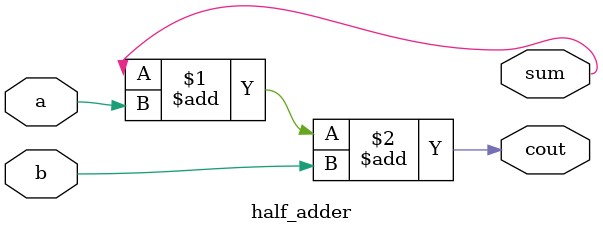
<source format=v>
module half_adder( 
input a, b,
output cout, sum );

assign cout = ( sum + a + b );

endmodule

</source>
